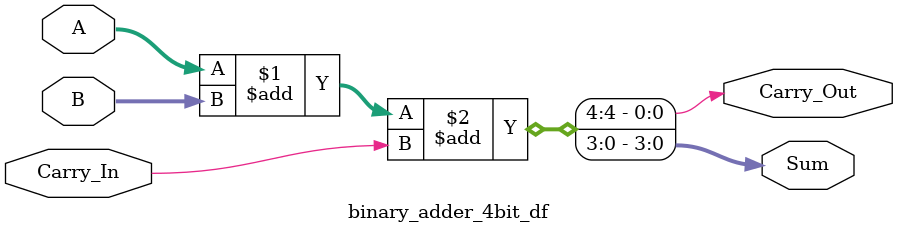
<source format=v>
`timescale 1ns/100ps

module binary_adder_4bit_df(
    output [3:0] Sum,
    output Carry_Out,
    input [3:0] A, B,
    input Carry_In
);
    assign {Carry_Out, Sum} = A + B + Carry_In;
endmodule
</source>
